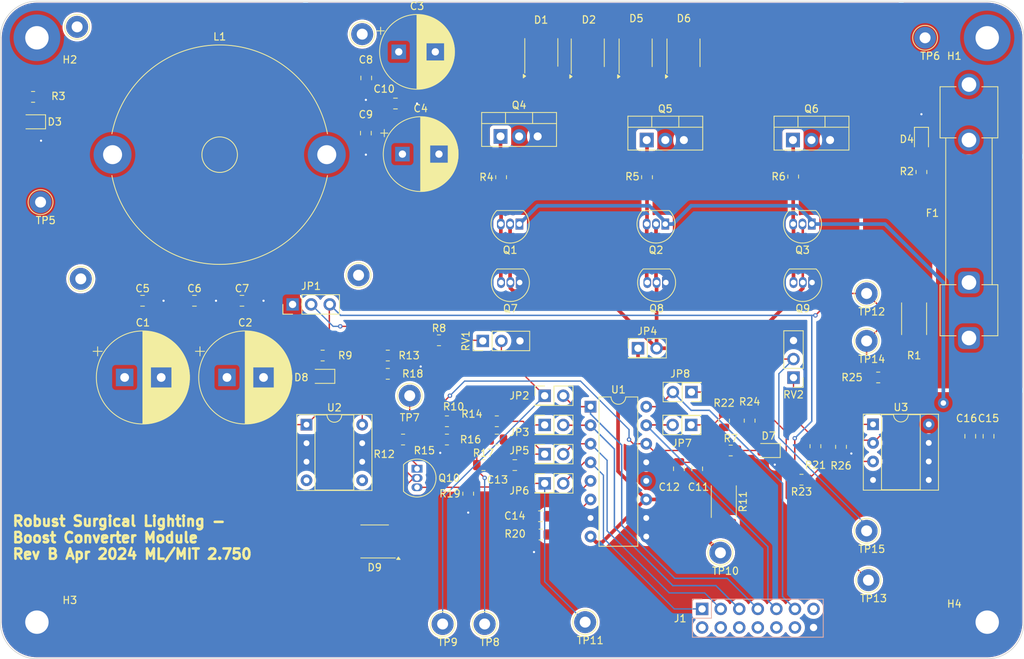
<source format=kicad_pcb>
(kicad_pcb (version 20240108) (generator "pcbnew") (generator_version "8.0")
  (title_block (company "Open Surgical Light Project - MIT Medical Device Design Spring 2024") (comment 1 "Drawn by: Edit author in Page Settings"))
  (layers (0 "F.Cu" signal) (31 "B.Cu" signal) (34 "B.Paste" user) (35 "F.Paste" user) (36 "B.SilkS" user "B.Silkscreen") (37 "F.SilkS" user "F.Silkscreen") (38 "B.Mask" user) (39 "F.Mask" user) (44 "Edge.Cuts" user))
  (property "AUTHOR" "Edit Name in Schematic setup -> Text Variables")
  (property "PROJECT_REVISION" "A01")
  (property "PROJECT_TITLE" "Template Project")
  (net 0 "")
  (net 1 "GND")
  (net 2 "+12V")
  (net 3 "/VSwitch")
  (net 4 "Net-(U1-CT)")
  (net 5 "Net-(D3-A)")
  (net 6 "Net-(D4-A)")
  (net 7 "Net-(D7-A)")
  (net 8 "/CS+")
  (net 9 "+24V")
  (net 10 "Net-(C13-Pad1)")
  (net 11 "Net-(Q3-E)")
  (net 12 "/DTC")
  (net 13 "+5V")
  (net 14 "Net-(U2-REF)")
  (net 15 "/1IN-")
  (net 16 "/1IN+")
  (net 17 "/FB")
  (net 18 "Net-(U1-RT)")
  (net 19 "Net-(U3A-+)")
  (net 20 "/2IN-")
  (net 21 "Net-(U3A--)")
  (net 22 "/2IN+")
  (net 23 "Net-(D8-A)")
  (net 24 "Net-(D8-K)")
  (net 25 "Net-(Q10-B)")
  (net 26 "/CS-")
  (net 27 "Net-(JP4-A)")
  (net 29 "Net-(JP2-A)")
  (net 30 "Net-(Q1-E)")
  (net 31 "Net-(Q2-E)")
  (net 32 "Net-(Q4-G)")
  (net 33 "Net-(Q5-G)")
  (net 34 "Net-(Q6-G)")
  (net 35 "Net-(JP3-A)")
  (net 40 "PWM")
  (net 41 "Net-(JP5-A)")
  (net 42 "Net-(JP6-A)")
  (net 43 "Net-(JP7-A)")
  (net 44 "Net-(R8-Pad2)")
  (net 45 "Net-(R10-Pad2)")
  (net 46 "Net-(R21-Pad1)")
  (net 47 "Net-(JP1-C)")
  (net 48 "Net-(JP8-A)")
  (footprint "Resistor_SMD:R_0805_2012Metric" (layer "F.Cu") (at 87.9125 80)
    (property "Reference" "R16")
    (property "Value" "100K")
  )
  (footprint "Resistor_SMD:R_0805_2012Metric" (layer "F.Cu") (at 73 71)
    (property "Reference" "R18")
    (property "Value" "1K")
  )
  (footprint "Connector_PinHeader_2.54mm:PinHeader_2x01_P2.54mm_Vertical" (layer "F.Cu") (at 107.23 67.5)
    (property "Reference" "JP4")
    (property "Value" "JMPR_PWM")
  )
  (footprint "Resistor_SMD:R_0805_2012Metric" (layer "F.Cu") (at 81.0875 77.5)
    (property "Reference" "R10")
    (property "Value" "10K")
  )
  (footprint "Package_DIP:DIP-16_W7.62mm" (layer "F.Cu") (at 100.735 75.5)
    (property "Reference" "U1")
    (property "Value" "TL494")
  )
  (footprint "Package_TO_SOT_THT:TO-92_Inline" (layer "F.Cu") (at 91 50.5 180)
    (property "Reference" "Q1")
    (property "Value" "BC337")
  )
  (footprint "TestPoint:TestPoint_Loop_D2.54mm_Drill1.5mm_Beaded" (layer "F.Cu") (at 76 74)
    (property "Reference" "TP7")
    (property "Value" "5V")
  )
  (footprint "Resistor_SMD:R_0805_2012Metric" (layer "F.Cu") (at 122.5 77.4125 -90)
    (property "Reference" "R24")
    (property "Value" "10K")
  )
  (footprint "Package_TO_SOT_THT:TO-220-3_Vertical" (layer "F.Cu") (at 128.42 39)
    (property "Reference" "Q6")
    (property "Value" "AOT240L")
  )
  (footprint "Resistor_SMD:R_0805_2012Metric" (layer "F.Cu") (at 129.5875 85.5 180)
    (property "Reference" "R23")
    (property "Value" "1K")
  )
  (footprint "Resistor_SMD:R_0805_2012Metric" (layer "F.Cu") (at 88.5 44.0875 90)
    (property "Reference" "R4")
    (property "Value" "10")
  )
  (footprint "Resistor_SMD:R_0805_2012Metric" (layer "F.Cu") (at 64.0875 68.5 180)
    (property "Reference" "R9")
    (property "Value" "3K3")
  )
  (footprint "Capacitor_THT:CP_Radial_D12.5mm_P5.00mm" (layer "F.Cu") (at 37 71.5)
    (property "Reference" "C1")
    (property "Value" "470uF")
  )
  (footprint "TestPoint:TestPoint_Loop_D2.54mm_Drill1.5mm_Beaded" (layer "F.Cu") (at 138.5 66.5)
    (property "Reference" "TP14")
    (property "Value" "CS-")
  )
  (footprint "Capacitor_SMD:C_0805_2012Metric" (layer "F.Cu") (at 112.825 84 90)
    (property "Reference" "C12")
    (property "Value" "0.1uF")
  )
  (footprint "Resistor_SMD:R_0805_2012Metric" (layer "F.Cu") (at 119.9125 81.5)
    (property "Reference" "R7")
    (property "Value" "330")
  )
  (footprint "Capacitor_SMD:C_0805_2012Metric" (layer "F.Cu") (at 93.875 90.5 180)
    (property "Reference" "C14")
    (property "Value" "1nF")
  )
  (footprint "Package_TO_SOT_THT:TO-92_Inline" (layer "F.Cu") (at 131.04 58.5 180)
    (property "Reference" "Q9")
    (property "Value" "BC327")
  )
  (footprint "Resistor_SMD:R_2512_6332Metric" (layer "F.Cu") (at 118.9625 88.5 -90)
    (property "Reference" "R11")
    (property "Value" "100")
  )
  (footprint "LED_SMD:LED_0805_2012Metric" (layer "F.Cu") (at 146 38.9375 -90)
    (property "Reference" "D4")
    (property "Value" "LED Green")
  )
  (footprint "Package_TO_SOT_THT:TO-92_Inline" (layer "F.Cu") (at 77 84 -90)
    (property "Reference" "Q10")
    (property "Value" "BC327")
  )
  (footprint "Resistor_SMD:R_0805_2012Metric" (layer "F.Cu") (at 108.46 44.0875 90)
    (property "Reference" "R5")
    (property "Value" "10")
  )
  (footprint "Capacitor_SMD:C_0805_2012Metric" (layer "F.Cu") (at 115.325 84 90)
    (property "Reference" "C11")
    (property "Value" "1uF")
  )
  (footprint "Resistor_SMD:R_0805_2012Metric" (layer "F.Cu") (at 24.4775 33.0875 180)
    (property "Reference" "R3")
    (property "Value" "2K2")
  )
  (footprint "Capacitor_SMD:C_0805_2012Metric" (layer "F.Cu") (at 53.05 61)
    (property "Reference" "C7")
    (property "Value" "0.1uF")
  )
  (footprint "TestPoint:TestPoint_Loop_D2.54mm_Drill1.5mm_Beaded" (layer "F.Cu") (at 138.75 99.25)
    (property "Reference" "TP13")
    (property "Value" "2IN-")
  )
  (footprint "Resistor_SMD:R_0805_2012Metric" (layer "F.Cu") (at 146 43.375 90)
    (property "Reference" "R2")
    (property "Value" "4K7")
  )
  (footprint "Package_TO_SOT_SMD:Nexperia_CFP15_SOT-1289" (layer "F.Cu") (at 106.905 27.05 90)
    (property "Reference" "D5")
    (property "Value" "PMEG045V150EPD")
  )
  (footprint "Inductor_THT:L_Radial_D29.8mm_P29.30mm_Murata_1400series" (layer "F.Cu") (at 35.35 41)
    (property "Reference" "L1")
    (property "Value" "68uH 11.4A")
  )
  (footprint "Package_TO_SOT_SMD:Nexperia_CFP15_SOT-1289" (layer "F.Cu") (at 71.2 93.95 180)
    (property "Reference" "D9")
    (property "Value" "PMEG045V150EPD")
  )
  (footprint "TestPoint:TestPoint_Loop_D2.54mm_Drill1.5mm_Beaded" (layer "F.Cu") (at 30.5 23.5)
    (property "Reference" "TP1" (hide yes))
    (property "Value" "LMount1" (hide yes))
  )
  (footprint "Resistor_SMD:R_0805_2012Metric" (layer "F.Cu") (at 84 87.4125 -90)
    (property "Reference" "R19")
    (property "Value" "2K2")
  )
  (footprint "Package_TO_SOT_THT:TO-92_Inline" (layer "F.Cu") (at 91.04 58.5 180)
    (property "Reference" "Q7")
    (property "Value" "BC327")
  )
  (footprint "Package_DIP:DIP-8_W7.62mm_Socket" (layer "F.Cu") (at 61.88 77.96)
    (property "Reference" "U2")
    (property "Value" "TL431D")
  )
  (footprint "Capacitor_SMD:C_0805_2012Metric" (layer "F.Cu") (at 39.45 61)
    (property "Reference" "C5")
    (property "Value" "0.1uF")
  )
  (footprint "Package_TO_SOT_THT:TO-92_Inline" (layer "F.Cu") (at 110.96 50.5 180)
    (property "Reference" "Q2")
    (property "Value" "BC337")
  )
  (footprint "Package_TO_SOT_SMD:Nexperia_CFP15_SOT-1289" (layer "F.Cu") (at 100.355 27.05 90)
    (property "Reference" "D2")
    (property "Value" "PMEG045V150EPD")
  )
  (footprint "Resistor_SMD:R_0805_2012Metric" (layer "F.Cu") (at 87.9125 77.5)
    (property "Reference" "R14")
    (property "Value" "1K")
  )
  (footprint "Capacitor_SMD:C_0805_2012Metric" (layer "F.Cu") (at 155.18 79.55 -90)
    (property "Reference" "C15")
    (property "Value" "1uF")
  )
  (footprint "Connector_PinHeader_2.54mm:PinHeader_2x01_P2.54mm_Vertical" (layer "F.Cu") (at 94.46 86)
    (property "Reference" "JP6")
    (property "Value" "JMPR_DTC")
  )
  (footprint "Resistor_SMD:R_0805_2012Metric" (layer "F.Cu") (at 135 81 90)
    (property "Reference" "R26")
    (property "Value" "100K")
  )
  (footprint "Connector_PinHeader_2.54mm:PinHeader_2x01_P2.54mm_Vertical" (layer "F.Cu") (at 114.5 78 180)
    (property "Reference" "JP7")
    (property "Value" "JMPR_2IN-")
  )
  (footprint "TestPoint:TestPoint_Loop_D2.54mm_Drill1.5mm_Beaded" (layer "F.Cu") (at 86.25 105.25)
    (property "Reference" "TP8")
    (property "Value" "1IN-")
  )
  (footprint "TestPoint:TestPoint_Loop_D2.54mm_Drill1.5mm_Beaded" (layer "F.Cu") (at 80.5 105.25)
    (property "Reference" "TP9")
    (property "Value" "1IN+")
  )
  (footprint "Connector_PinHeader_2.54mm:PinHeader_2x01_P2.54mm_Vertical" (layer "F.Cu") (at 94.46 78)
    (property "Reference" "JP3")
    (property "Value" "JMPR_1IN-")
  )
  (footprint "TestPoint:TestPoint_Loop_D2.54mm_Drill1.5mm_Beaded" (layer "F.Cu") (at 69 57.5)
    (property "Reference" "TP3" (hide yes))
    (property "Value" "LMount4" (hide yes))
  )
  (footprint "Resistor_SMD:R_0805_2012Metric" (layer "F.Cu") (at 119 77.4125 90)
    (property "Reference" "R22")
    (property "Value" "10K")
  )
  (footprint "TestPoint:TestPoint_Loop_D2.54mm_Drill1.5mm_Beaded" (layer "F.Cu") (at 100 105)
    (property "Reference" "TP11")
    (property "Value" "DTC")
  )
  (footprint "Resistor_SMD:R_0805_2012Metric" (layer "F.Cu") (at 128.46 44 90)
    (property "Reference" "R6")
    (property "Value" "10")
  )
  (footprint "Capacitor_THT:CP_Radial_D10.0mm_P5.00mm" (layer "F.Cu") (at 75 40.923959)
    (property "Reference" "C4")
    (property "Value" "220uF")
  )
  (footprint "Package_TO_SOT_THT:TO-92_Inline" (layer "F.Cu") (at 131 50.5 180)
    (property "Reference" "Q3")
    (property "Value" "BC337")
  )
  (footprint "Connector_PinHeader_2.54mm:PinHeader_1x03_P2.54mm_Vertical" (layer "F.Cu") (at 128.5 71.525 180)
    (property "Reference" "RV2")
    (property "Value" "10K")
  )
  (footprint "Resistor_SMD:R_0805_2012Metric" (layer "F.Cu") (at 75.0875 80 180)
    (property "Reference" "R12")
    (property "Value" "10K")
  )
  (footprint "TestPoint:TestPoint_Loop_D2.54mm_Drill1.5mm_Beaded" (layer "F.Cu") (at 69.5 24.5)
    (property "Reference" "TP2" (hide yes))
    (property "Value" "LMount2" (hide yes))
  )
  (footprint "Connector_PinHeader_2.54mm:PinHeader_1x03_P2.54mm_Vertical" (layer "F.Cu") (at 86 66.5 90)
    (property "Reference" "RV1")
    (property "Value" "10K")
  )
  (footprint "Connector_PinHeader_2.54mm:PinHeader_2x01_P2.54mm_Vertical" (layer "F.Cu") (at 114.54 73.5 180)
    (property "Reference" "JP8")
    (property "Value" "JMPR_2IN+")
  )
  (footprint "Connector_PinHeader_2.54mm:PinHeader_1x03_P2.54mm_Vertical" (layer "F.Cu") (at 59.975 61.5 90)
    (property "Reference" "JP1")
    (property "Value" "JMPR_VFB")
  )
  (footprint "MountingHole:MountingHole_3.2mm_M3_Pad_TopBottom" (layer "F.Cu") (at 25 105)
    (property "Reference" "H3")
    (property "Value" "M3 Hole")
  )
  (footprint "LED_SMD:LED_0805_2012Metric" (layer "F.Cu") (at 125 81.5 180)
    (property "Reference" "D7")
    (property "Value" "LED Green")
  )
  (footprint "Package_TO_SOT_THT:TO-220-3_Vertical" (layer "F.Cu") (at 88.42 38.5)
    (property "Reference" "Q4")
    (property "Value" "AOT240L")
  )
  (footprint "TestPoint:TestPoint_Loop_D2.54mm_Drill1.5mm_Beaded" (layer "F.Cu") (at 31 58)
    (property "Reference" "TP4" (hide yes))
    (property "Value" "LMount3" (hide yes))
  )
  (footprint "Capacitor_SMD:C_0805_2012Metric" (layer "F.Cu") (at 46.55 61)
    (property "Reference" "C6")
    (property "Value" "0.1uF")
  )
  (footprint "LED_SMD:LED_0805_2012Metric" (layer "F.Cu") (at 64.0625 71.35 180)
    (property "Reference" "D8")
    (property "Value" "LED Red")
  )
  (footprint "Connector_PinHeader_2.54mm:PinHeader_2x01_P2.54mm_Vertical" (layer "F.Cu") (at 94.46 82)
    (property "Reference" "JP5")
    (property "Value" "JMPR_FB")
  )
  (footprint "TestPoint:TestPoint_Loop_D2.54mm_Drill1.5mm_Beaded" (layer "F.Cu") (at 25.5 47.5)
    (property "Reference" "TP5")
    (property "Value" "+12V")
  )
  (footprint "Resistor_SMD:R_0805_2012Metric" (layer "F.Cu") (at 80 66.4125)
    (property "Reference" "R8")
    (property "Value" "38K")
  )
  (footprint "Connector_PinHeader_2.54mm:PinHeader_2x01_P2.54mm_Vertical" (layer "F.Cu") (at 94.46 74)
    (property "Reference" "JP2")
    (property "Value" "JMPR_1IN+")
  )
  (footprint "Capacitor_SMD:C_0805_2012Metric" (layer "F.Cu") (at 70.05 30.5 -90)
    (property "Reference" "C8")
    (property "Value" "0.1uF")
  )
  (footprint "Resistor_SMD:R_0805_2012Metric" (layer "F.Cu") (at 73 68.5 180)
    (property "Reference" "R13")
    (property "Value" "9.1K")
  )
  (footprint "Fuse:Fuseholder_Clip-6.3x32mm_Littelfuse_102071_Inline_P34.70x7.60mm_D2.00mm_Horizontal" (layer "F.Cu") (at 152.5 66.1 90)
    (property "Reference" "F1")
    (property "Value" "12A")
  )
  (footprint "Package_TO_SOT_THT:TO-92_Inline" (layer "F.Cu") (at 111.04 58.5 180)
    (property "Reference" "Q8")
    (property "Value" "BC327")
  )
  (footprint "MountingHole:MountingHole_3.2mm_M3_Pad_TopBottom" (layer "F.Cu") (at 155 25)
    (property "Reference" "H1")
    (property "Value" "M3 Hole")
  )
  (footprint "Package_TO_SOT_SMD:Nexperia_CFP15_SOT-1289" (layer "F.Cu") (at 94 27 90)
    (property "Reference" "D1")
    (property "Value" "PMEG045V150EPD")
  )
  (footprint "Resistor_SMD:R_2512_6332Metric" (layer "F.Cu") (at 145 63.4625 -90)
    (property "Reference" "R1")
    (property "Value" "5mR")
  )
  (footprint "Capacitor_SMD:C_0805_2012Metric" (layer "F.Cu") (at 74.05 34)
    (property "Reference" "C10")
    (property "Value" "0.1uF")
  )
  (footprint "Capacitor_SMD:C_0805_2012Metric" (layer "F.Cu") (at 152.68 79.55 -90)
    (property "Reference" "C16")
    (property "Value" "0.1uF")
  )
  (footprint "Capacitor_THT:CP_Radial_D10.0mm_P5.00mm" (layer "F.Cu") (at 74.5 26.923959)
    (property "Reference" "C3")
    (property "Value" "220uF")
  )
  (footprint "Resistor_SMD:R_0805_2012Metric" (layer "F.Cu") (at 140.0875 71.5)
    (property "Reference" "R25")
    (property "Value" "1K")
  )
  (footprint "MountingHole:MountingHole_3.2mm_M3_Pad_TopBottom" (layer "F.Cu") (at 25 25)
    (property "Reference" "H2")
    (property "Value" "M3 Hole")
  )
  (footprint "TestPoint:TestPoint_Loop_D2.54mm_Drill1.5mm_Beaded" (layer "F.Cu") (at 138.5 60)
    (property "Reference" "TP12")
    (property "Value" "CS+")
  )
  (footprint "Capacitor_SMD:C_0805_2012Metric" (layer "F.Cu") (at 90.375 83.5)
    (property "Reference" "C13")
    (property "Value" "0.1uF")
  )
  (footprint "Package_DIP:DIP-8_W7.62mm_Socket" (layer "F.Cu") (at 139.38 77.92)
    (property "Reference" "U3")
    (property "Value" "LM358")
  )
  (footprint "MountingHole:MountingHole_3.2mm_M3_Pad_TopBottom" (layer "F.Cu") (at 155 105)
    (property "Reference" "H4")
    (property "Value" "M3 Hole")
  )
  (footprint "Resistor_SMD:R_0805_2012Metric" (layer "F.Cu") (at 131.5 80.9125 -90)
    (property "Reference" "R21")
    (property "Value" "100K")
  )
  (footprint "Capacitor_THT:CP_Radial_D12.5mm_P5.00mm" (layer "F.Cu") (at 51 71.5)
    (property "Reference" "C2")
    (property "Value" "470uF")
  )
  (footprint "Package_TO_SOT_THT:TO-220-3_Vertical" (layer "F.Cu") (at 108.42 39)
    (property "Reference" "Q5")
    (property "Value" "AOT240L")
  )
  (footprint "Resistor_SMD:R_0805_2012Metric" (layer "F.Cu") (at 81.0875 80 180)
    (property "Reference" "R15")
    (property "Value" "10K")
  )
  (footprint "Resistor_SMD:R_0805_2012Metric" (layer "F.Cu") (at 86.0875 83.5)
    (property "Reference" "R17")
    (property "Value" "82K")
  )
  (footprint "Capacitor_SMD:C_0805_2012Metric" (layer "F.Cu") (at 70 38.05 -90)
    (property "Reference" "C9")
    (property "Value" "0.1uF")
  )
  (footprint "TestPoint:TestPoint_Loop_D2.54mm_Drill1.5mm_Beaded" (layer "F.Cu") (at 146.5 25)
    (property "Reference" "TP6")
    (property "Value" "24V")
  )
  (footprint "TestPoint:TestPoint_Loop_D2.54mm_Drill1.5mm_Beaded" (layer "F.Cu") (at 118.5 95.5)
    (property "Reference" "TP10")
    (property "Value" "PWM")
  )
  (footprint "Package_TO_SOT_SMD:Nexperia_CFP15_SOT-1289" (layer "F.Cu") (at 113.45 27.05 90)
    (property "Reference" "D6")
    (property "Value" "PMEG045V150EPD")
  )
  (footprint "TestPoint:TestPoint_Loop_D2.54mm_Drill1.5mm_Beaded" (layer "F.Cu") (at 138.5 92.5)
    (property "Reference" "TP15")
    (property "Value" "2IN+")
  )
  (footprint "Resistor_SMD:R_0805_2012Metric" (layer "F.Cu") (at 93.9125 93 180)
    (property "Reference" "R20")
    (property "Value" "3K9")
  )
  (footprint "LED_SMD:LED_0805_2012Metric" (layer "F.Cu") (at 24.5 36.5 180)
    (property "Reference" "D3")
    (property "Value" "LED Green")
  )
  (footprint "Connector_PinHeader_2.54mm:PinHeader_2x07_P2.54mm_Vertical" (layer "B.Cu") (at 116 103.19 -90)
    (property "Reference" "J1")
    (property "Value" "2x7 P2.54mm")
  )
  (gr_arc (start 25 110) (mid 21.464466 108.535534) (end 20 105) (stroke (width 0.1)) (layer "Edge.Cuts"))
  (gr_arc (start 155 20) (mid 158.535534 21.464466) (end 160 25) (stroke (width 0.1)) (layer "Edge.Cuts"))
  (gr_line (start 25 20) (end 155 20) (stroke (width 0.1)) (layer "Edge.Cuts"))
  (gr_arc (start 20 25) (mid 21.464466 21.464466) (end 25 20) (stroke (width 0.1)) (layer "Edge.Cuts"))
  (gr_arc (start 160 105) (mid 158.535534 108.535534) (end 155 110) (stroke (width 0.1)) (layer "Edge.Cuts"))
  (gr_line (start 155 110) (end 25 110) (stroke (width 0.1)) (layer "Edge.Cuts"))
  (gr_line (start 160 25) (end 160 105) (stroke (width 0.1)) (layer "Edge.Cuts"))
  (gr_line (start 20 105) (end 20 25) (stroke (width 0.1)) (layer "Edge.Cuts"))
  (gr_text "Robust Surgical Lighting - \nBoost Converter Module\nRev B Apr 2024 ML/MIT 2.750" (at 21.5 96.5 0) (layer "F.SilkS") (effects (font (size 1.4 1.4) (thickness 0.35) (bold yes)) (justify left bottom)))
  (segment (start 73.9125 71) (end 76.5 71) (width 0.1778) (layer "F.Cu") (net 1))
  (segment (start 54 61) (end 54.5 61) (width 0.1778) (layer "F.Cu") (net 1))
  (segment (start 114.945 83.12) (end 115.325 83.5) (width 0.1778) (layer "F.Cu") (net 1))
  (segment (start 76.5 71) (end 77.5 70) (width 0.1778) (layer "F.Cu") (net 1))
  (segment (start 25.4375 36.5) (end 25.4375 38.96) (width 0.1778) (layer "F.Cu") (net 1))
  (segment (start 70 39) (end 70 41) (width 0.1778) (layer "F.Cu") (net 1))
  (segment (start 122.7625 78.325) (end 125.9375 81.5) (width 0.1778) (layer "F.Cu") (net 1))
  (segment (start 136.4125 81.9125) (end 135 81.9125) (width 0.1778) (layer "F.Cu") (net 1))
  (segment (start 122.5 78.325) (end 122.7625 78.325) (width 0.1778) (layer "F.Cu") (net 1))
  (segment (start 80.175 81.825) (end 80.175 80) (width 0.1778) (layer "F.Cu") (net 1))
  (segment (start 147 80.46) (end 155.14 80.46) (width 0.1778) (layer "F.Cu") (net 1))
  (segment (start 125.9375 83.4375) (end 125.9375 81.5) (width 0.1778) (layer "F.Cu") (net 1))
  (segment (start 47.5 61) (end 49.5 61) (width 0.1778) (layer "F.Cu") (net 1))
  (segment (start 93 95.4) (end 93 93) (width 0.1778) (layer "F.Cu") (net 1))
  (segment (start 40.4 61) (end 42.323959 61) (width 0.1778) (layer "F.Cu") (net 1))
  (segment (start 54.5 61) (end 56 61) (width 0.1778) (layer "F.Cu") (net 1))
  (segment (start 84 88.325) (end 84 90) (width 0.1778) (layer "F.Cu") (net 1))
  (segment (start 108.355 83.12) (end 114.945 83.12) (width 0.1778) (layer "F.Cu") (net 1))
  (segment (start 70.05 31.45) (end 70.05 33.45) (width 0.1778) (layer "F.Cu") (net 1))
  (segment (start 146 38) (end 146 35.4625) (width 0.1778) (layer "F.Cu") (net 1))
  (segment (start 25.4375 38.96) (end 25.565 39.0875) (width 0.1778) (layer "F.Cu") (net 1))
  (segment (start 155.14 80.46) (end 155.18 80.5) (width 0.1778) (layer "F.Cu") (net 1))
  (segment (start 70.05 33.45) (end 70 33.5) (width 0.1778) (layer "F.Cu") (net 1))
  (segment (start 75 34) (end 77 34) (width 0.1778) (layer "F.Cu") (net 1))
  (segment (start 112.445 83.12) (end 112.825 83.5) (width 0.153) (layer "F.Cu") (net 1))
  (segment (start 93 93) (end 93 90.575) (width 0.1778) (layer "F.Cu") (net 1))
  (via (at 125.9375 83.4375) (size 0.6) (drill 0.3) (layers "F.Cu" "B.Cu") (net 1))
  (via (at 93 95.4) (size 0.6) (drill 0.3) (layers "F.Cu" "B.Cu") (net 1))
  (via (at 77 34) (size 0.6) (drill 0.3) (layers "F.Cu" "B.Cu") (net 1))
  (via (at 56 61) (size 0.6) (drill 0.3) (layers "F.Cu" "B.Cu") (net 1))
  (via (at 80.175 81.825) (size 0.6) (drill 0.3) (layers "F.Cu" "B.Cu") (net 1))
  (via (at 70 33.5) (size 0.6) (drill 0.3) (layers "F.Cu" "B.Cu") (net 1))
  (via (at 136.4125 81.9125) (size 0.6) (drill 0.3) (layers "F.Cu" "B.Cu") (net 1))
  (via (at 49.5 61) (size 0.6) (drill 0.3) (layers "F.Cu" "B.Cu") (net 1))
  (via (at 84 90) (size 0.6) (drill 0.3) (layers "F.Cu" "B.Cu") (net 1))
  (via (at 25.565 39.0875) (size 0.6) (drill 0.3) (layers "F.Cu" "B.Cu") (net 1))
  (via (at 70 41) (size 0.6) (drill 0.3) (layers "F.Cu" "B.Cu") (net 1))
  (via (at 42.323959 61) (size 0.6) (drill 0.3) (layers "F.Cu" "B.Cu") (net 1))
  (via (at 146 35.4625) (size 0.6) (drill 0.3) (layers "F.Cu" "B.Cu") (net 1))
  (via (at 77.5 70) (size 0.6) (drill 0.3) (layers "F.Cu" "B.Cu") (net 1))
  (via (at 149 75) (size 1.5) (drill 0.75) (layers "F.Cu" "B.Cu") (net 2))
  (segment (start 108.762463 48) (end 110.96 50.197537) (width 0.5) (layer "B.Cu") (net 2))
  (segment (start 110.96 50.197537) (end 110.96 50.5) (width 0.5) (layer "B.Cu") (net 2))
  (segment (start 149 58.5) (end 141 50.5) (width 0.5) (layer "B.Cu") (net 2))
  (segment (start 112 50.5) (end 114.5 48) (width 0.5) (layer "B.Cu") (net 2))
  (segment (start 93.5 48) (end 108.762463 48) (width 0.5) (layer "B.Cu") (net 2))
  (segment (start 114.5 48) (end 129 48) (width 0.5) (layer "B.Cu") (net 2))
  (segment (start 131 50) (end 131 50.5) (width 0.5) (layer "B.Cu") (net 2))
  (segment (start 149 75) (end 149 58.5) (width 0.5) (layer "B.Cu") (net 2))
  (segment (start 141 50.5) (end 131 50.5) (width 0.5) (layer "B.Cu") (net 2))
  (segment (start 91 50.5) (end 93.5 48) (width 0.5) (layer "B.Cu") (net 2))
  (segment (start 129 48) (end 131 50) (width 0.5) (layer "B.Cu") (net 2))
  (segment (start 110.96 50.5) (end 112 50.5) (width 0.5) (layer "B.Cu") (net 2))
  (segment (start 95.895 90.5) (end 100.735 85.66) (width 0.1778) (layer "F.Cu") (net 4))
  (segment (start 94.825 90.5) (end 95.895 90.5) (width 0.1778) (layer "F.Cu") (net 4))
  (segment (start 23.565 33.0875) (end 23.565 36.4975) (width 0.1778) (layer "F.Cu") (net 5))
  (segment (start 23.565 36.4975) (end 23.5625 36.5) (width 0.1778) (layer "F.Cu") (net 5))
  (segment (start 146 39.875) (end 146 42.4625) (width 0.1778) (layer "F.Cu") (net 6))
  (segment (start 120.825 81.5) (end 124.0625 81.5) (width 0.1778) (layer "F.Cu") (net 7))
  (segment (start 141 62.5) (end 138.5 60) (width 0.2) (layer "F.Cu") (net 8))
  (segment (start 145 61.5) (end 144 62.5) (width 0.2) (layer "F.Cu") (net 8))
  (segment (start 145 60.5) (end 145 61.5) (width 0.2) (layer "F.Cu") (net 8))
  (segment (start 72.4125 67) (end 67 67) (width 0.2) (layer "F.Cu") (net 8))
  (segment (start 65 68.5) (end 65 61.945) (width 0.2) (layer "F.Cu") (net 8))
  (segment (start 65.5 61.945) (end 65.055 61.5) (width 0.2) (layer "F.Cu") (net 8))
  (segment (start 134.5 60) (end 131.5 63) (width 0.2) (layer "F.Cu") (net 8))
  (segment (start 73.9125 68.5) (end 72.4125 67) (width 0.2) (layer "F.Cu") (net 8))
  (segment (start 65.5 68.5) (end 65 68.5) (width 0.2) (layer "F.Cu") (net 8))
  (segment (start 67 67) (end 65.5 68.5) (width 0.2) (layer "F.Cu") (net 8))
  (segment (start 144 62.5) (end 141 62.5) (width 0.2) (layer "F.Cu") (net 8))
  (segment (start 128.675 79.825) (end 128.675 85.5) (width 0.2) (layer "F.Cu") (net 8))
  (segment (start 138.5 60) (end 134.5 60) (width 0.2) (layer "F.Cu") (net 8))
  (via (at 131.5 63) (size 0.6) (drill 0.3) (layers "F.Cu" "B.Cu") (net 8))
  (via (at 128.675 79.825) (size 0.6) (drill 0.3) (layers "F.Cu" "B.Cu") (net 8))
  (segment (start 131.5 63) (end 131 63) (width 0.2) (layer "B.Cu") (net 8))
  (segment (start 131 77.5) (end 131 63) (width 0.2) (layer "B.Cu") (net 8))
  (segment (start 66.555 63) (end 65.055 61.5) (width 0.2) (layer "B.Cu") (net 8))
  (segment (start 128.675 79.825) (end 131 77.5) (width 0.2) (layer "B.Cu") (net 8))
  (segment (start 131 63) (end 66.555 63) (width 0.2) (layer "B.Cu") (net 8))
  (segment (start 87 83.5) (end 89.425 83.5) (width 0.1778) (layer "F.Cu") (net 10))
  (segment (start 128.46 50.5) (end 128.46 50.96) (width 0.5) (layer "F.Cu") (net 11))
  (segment (start 128.46 44.9125) (end 128.46 50.5) (width 0.5) (layer "F.Cu") (net 11))
  (segment (start 128.5 51) (end 128.5 58.5) (width 0.5) (layer "F.Cu") (net 11))
  (segment (start 128.46 50.96) (end 128.5 51) (width 0.5) (layer "F.Cu") (net 11))
  (segment (start 99.88 83.12) (end 100.735 83.12) (width 0.1778) (layer "F.Cu") (net 12))
  (segment (start 97 86) (end 99.88 83.12) (width 0.1778) (layer "F.Cu") (net 12))
  (segment (start 112.19 103.19) (end 116 103.19) (width 0.1778) (layer "B.Cu") (net 12))
  (segment (start 102.5 93.5) (end 112.19 103.19) (width 0.1778) (layer "B.Cu") (net 12))
  (segment (start 100.735 83.12) (end 102.5 84.885) (width 0.1778) (layer "B.Cu") (net 12))
  (segment (start 102.5 84.885) (end 102.5 93.5) (width 0.1778) (layer "B.Cu") (net 12))
  (segment (start 77 84) (end 77 83.5) (width 0.1778) (layer "F.Cu") (net 13))
  (segment (start 108.355 80.58) (end 106.58 80.58) (width 0.1778) (layer "F.Cu") (net 13))
  (segment (start 80.175 77.5) (end 78.5 77.5) (width 0.1778) (layer "F.Cu") (net 13))
  (segment (start 108.355 80.58) (end 108.42 80.58) (width 0.1778) (layer "F.Cu") (net 13))
  (segment (start 109.275 81.5) (end 108.355 80.58) (width 0.1778) (layer "F.Cu") (net 13))
  (segment (start 119 81.5) (end 109.275 81.5) (width 0.1778) (layer "F.Cu") (net 13))
  (segment (start 106.58 80.58) (end 106 80) (width 0.1778) (layer "F.Cu") (net 13))
  (segment (start 76 82.5) (end 76 80) (width 0.1778) (layer "F.Cu") (net 13))
  (segment (start 81.5 74) (end 80.175 75.325) (width 0.1778) (layer "F.Cu") (net 13))
  (segment (start 77 83.5) (end 76 82.5) (width 0.1778) (layer "F.Cu") (net 13))
  (segment (start 119 78.325) (end 119 81.5) (width 0.1778) (layer "F.Cu") (net 13))
  (segment (start 78.5 77.5) (end 76 80) (width 0.1778) (layer "F.Cu") (net 13))
  (segment (start 76 74) (end 76 80) (width 0.1778) (layer "F.Cu") (net 13))
  (segment (start 80.175 75.325) (end 80.175 77.5) (width 0.1778) (layer "F.Cu") (net 13))
  (segment (start 108.42 80.58) (end 108.5 80.5) (width 0.1778) (layer "F.Cu") (net 13))
  (via (at 81.5 74) (size 0.6) (drill 0.3) (layers "F.Cu" "B.Cu") (net 13))
  (via (at 106 80) (size 0.6) (drill 0.3) (layers "F.Cu" "B.Cu") (net 13))
  (segment (start 99.3684 72) (end 83.5 72) (width 0.1778) (layer "B.Cu") (net 13))
  (segment (start 83.5 72) (end 81.5 74) (width 0.1778) (layer "B.Cu") (net 13))
  (segment (start 106 80) (end 106 78.6316) (width 0.1778) (layer "B.Cu") (net 13))
  (segment (start 106 78.6316) (end 99.3684 72) (width 0.1778) (layer "B.Cu") (net 13))
  (segment (start 72.0875 71.4125) (end 69.5 74) (width 0.1778) (layer "F.Cu") (net 14))
  (segment (start 72.0875 71) (end 72.0875 71.4125) (width 0.1778) (layer "F.Cu") (net 14))
  (segment (start 69.5 74) (end 69.5 77.96) (width 0.1778) (layer "F.Cu") (net 14))
  (segment (start 72.0875 68.5) (end 72.0875 71) (width 0.1778) (layer "F.Cu") (net 14))
  (segment (start 97.54 78.04) (end 100.735 78.04) (width 0.2) (layer "F.Cu") (net 15))
  (segment (start 97 78) (end 97.5 78) (width 0.2) (layer "F.Cu") (net 15))
  (segment (start 97.5 78) (end 97.54 78.04) (width 0.2) (layer "F.Cu") (net 15))
  (segment (start 112 100) (end 117.89 100) (width 0.2) (layer "B.Cu") (net 15))
  (segment (start 117.89 100) (end 121.08 103.19) (width 0.2) (layer "B.Cu") (net 15))
  (segment (start 100.735 78.04) (end 104 81.305) (width 0.2) (layer "B.Cu") (net 15))
  (segment (start 104 81.305) (end 104 92) (width 0.2) (layer "B.Cu") (net 15))
  (segment (start 104 92) (end 112 100) (width 0.2) (layer "B.Cu") (net 15))
  (segment (start 98.5 75.5) (end 100.735 75.5) (width 0.2) (layer "F.Cu") (net 16))
  (segment (start 97 74) (end 98.5 75.5) (width 0.2) (layer "F.Cu") (net 16))
  (segment (start 105 91.75) (end 112.25 99) (width 0.2) (layer "B.Cu") (net 16))
  (segment (start 100.735 75.5) (end 100.735 76.5) (width 0.2) (layer "B.Cu") (net 16))
  (segment (start 112.25 99) (end 119.43 99) (width 0.2) (layer "B.Cu") (net 16))
  (segment (start 105 80.765) (end 105 91.75) (width 0.2) (layer "B.Cu") (net 16))
  (segment (start 100.735 76.5) (end 105 80.765) (width 0.2) (layer "B.Cu") (net 16))
  (segment (start 119.43 99) (end 123.62 103.19) (width 0.2) (layer "B.Cu") (net 16))
  (segment (start 98.42 80.58) (end 97 82) (width 0.1778) (layer "F.Cu") (net 17))
  (segment (start 100.735 80.58) (end 98.42 80.58) (width 0.1778) (layer "F.Cu") (net 17))
  (segment (start 100.655 80.5) (end 100.735 80.58) (width 0.1778) (layer "F.Cu") (net 17))
  (segment (start 111.5 101) (end 116.35 101) (width 0.1778) (layer "B.Cu") (net 17))
  (segment (start 116.35 101) (end 118.54 103.19) (width 0.1778) (layer "B.Cu") (net 17))
  (segment (start 103 82.845) (end 103 92.5) (width 0.1778) (layer "B.Cu") (net 17))
  (segment (start 103 92.5) (end 111.5 101) (width 0.1778) (layer "B.Cu") (net 17))
  (segment (start 100.735 80.58) (end 103 82.845) (width 0.1778) (layer "B.Cu") (net 17))
  (segment (start 95.935 93) (end 94.825 93) (width 0.1778) (layer "F.Cu") (net 18))
  (segment (start 100.735 88.2) (end 95.935 93) (width 0.1778) (layer "F.Cu") (net 18))
  (segment (start 131.5 81.825) (end 132.675 83) (width 0.1778) (layer "F.Cu") (net 19))
  (segment (start 132.675 83) (end 139.38 83) (width 0.1778) (layer "F.Cu") (net 19))
  (segment (start 139.38 83) (end 133 83) (width 0.1778) (layer "F.Cu") (net 19))
  (segment (start 133 83) (end 130.5 85.5) (width 0.1778) (layer "F.Cu") (net 19))
  (segment (start 111.96 78) (end 108.395 78) (width 0.2) (layer "F.Cu") (net 20))
  (segment (start 108.395 78) (end 108.355 78.04) (width 0.2) (layer "F.Cu") (net 20))
  (segment (start 125 102.03) (end 126.16 103.19) (width 0.2) (layer "B.Cu") (net 20))
  (segment (start 108.355 78.04) (end 125 94.685) (width 0.2) (layer "B.Cu") (net 20))
  (segment (start 125 94.685) (end 125 102.03) (width 0.2) (layer "B.Cu") (net 20))
  (segment (start 141 71.5) (end 141 78.84) (width 0.1778) (layer "F.Cu") (net 21))
  (segment (start 141 78.84) (end 139.38 80.46) (width 0.1778) (layer "F.Cu") (net 21))
  (segment (start 139.0075 80.0875) (end 139.38 80.46) (width 0.1778) (layer "F.Cu") (net 21))
  (segment (start 135 80.0875) (end 139.0075 80.0875) (width 0.1778) (layer "F.Cu") (net 21))
  (segment (start 112 73.5) (end 110 75.5) (width 0.2) (layer "F.Cu") (net 22))
  (segment (start 110 75.5) (end 108.355 75.5) (width 0.2) (layer "F.Cu") (net 22))
  (segment (start 112 73.5) (end 114.5 76) (width 0.2) (layer "B.Cu") (net 22))
  (segment (start 114.5 76) (end 117 76) (width 0.2) (layer "B.Cu") (net 22))
  (segment (start 127 101.49) (end 128.7 103.19) (width 0.2) (layer "B.Cu") (net 22))
  (segment (start 112 73.5) (end 112.2556 73.5) (width 0.2) (layer "B.Cu") (net 22))
  (segment (start 127 86) (end 127 101.49) (width 0.2) (layer "B.Cu") (net 22))
  (segment (start 117 76) (end 127 86) (width 0.2) (layer "B.Cu") (net 22))
  (segment (start 63.675 71.3) (end 63.625 71.35) (width 0.1778) (layer "F.Cu") (net 23))
  (segment (start 63.175 68.5) (end 63.175 71.3) (width 0.1778) (layer "F.Cu") (net 23))
  (segment (start 61.88 77.96) (end 59.54 77.96) (width 0.1778) (layer "F.Cu") (net 24))
  (segment (start 59 89) (end 63.95 93.95) (width 0.1778) (layer "F.Cu") (net 24))
  (segment (start 65 71.35) (end 65 74.84) (width 0.1778) (layer "F.Cu") (net 24))
  (segment (start 59.54 77.96) (end 59 78.5) (width 0.1778) (layer "F.Cu") (net 24))
  (segment (start 63.95 93.95) (end 70.18 93.95) (width 0.1778) (layer "F.Cu") (net 24))
  (segment (start 65 74.84) (end 61.88 77.96) (width 0.1778) (layer "F.Cu") (net 24))
  (segment (start 59 78.5) (end 59 89) (width 0.1778) (layer "F.Cu") (net 24))
  (segment (start 76.4616 85.27) (end 77 85.27) (width 0.1778) (layer "F.Cu") (net 25))
  (segment (start 73.98 95.015) (end 73.98 87.8122) (width 0.1778) (layer "F.Cu") (net 25))
  (segment (start 74.175 82.9834) (end 76.4616 85.27) (width 0.1778) (layer "F.Cu") (net 25))
  (segment (start 73.98 87.8122) (end 76.5222 85.27) (width 0.1778) (layer "F.Cu") (net 25))
  (segment (start 74.175 80) (end 74.175 82.9834) (width 0.1778) (layer "F.Cu") (net 25))
  (segment (start 76.5222 85.27) (end 77 85.27) (width 0.1778) (layer "F.Cu") (net 25))
  (segment (start 138.5 66.5) (end 138.5 70.825) (width 0.2) (layer "F.Cu") (net 26))
  (segment (start 138.5 66.5) (end 138.5 67) (width 0.2) (layer "F.Cu") (net 26))
  (segment (start 145 65.5) (end 144.5 65) (width 0.2) (layer "F.Cu") (net 26))
  (segment (start 145 66.425) (end 145 65.5) (width 0.2) (layer "F.Cu") (net 26))
  (segment (start 138.5 67) (end 138 67.5) (width 0.2) (layer "F.Cu") (net 26))
  (segment (start 140 65) (end 138.5 66.5) (width 0.2) (layer "F.Cu") (net 26))
  (segment (start 144.5 65) (end 140 65) (width 0.2) (layer "F.Cu") (net 26))
  (segment (start 138.5 70.825) (end 139.175 71.5) (width 0.2) (layer "F.Cu") (net 26))
  (segment (start 111.2 88.2) (end 118.5 95.5) (width 0.5) (layer "F.Cu") (net 27))
  (segment (start 108.2 88.2) (end 102.320001 94.079999) (width 0.5) (layer "F.Cu") (net 27))
  (segment (start 107.23 67.5) (end 107.23 70.77) (width 0.5) (layer "F.Cu") (net 27))
  (segment (start 108.355 88.2) (end 111.2 88.2) (width 0.5) (layer "F.Cu") (net 27))
  (segment (start 107.23 70.77) (end 104.5 73.5) (width 0.5) (layer "F.Cu") (net 27))
  (segment (start 114.4625 91.4625) (end 111.2 88.2) (width 0.5) (layer "F.Cu") (net 27))
  (segment (start 108.355 88.2) (end 108.2 88.2) (width 0.5) (layer "F.Cu") (net 27))
  (segment (start 118.9625 91.4625) (end 114.4625 91.4625) (width 0.5) (layer "F.Cu") (net 27))
  (segment (start 104.5 73.5) (end 104.5 84.345) (width 0.5) (layer "F.Cu") (net 27))
  (segment (start 104.5 84.345) (end 108.355 88.2) (width 0.5) (layer "F.Cu") (net 27))
  (segment (start 102.320001 94.079999) (end 101.534999 94.079999) (width 0.5) (layer "F.Cu") (net 27))
  (segment (start 101.534999 94.079999) (end 100.735 93.28) (width 0.5) (layer "F.Cu") (net 27))
  (segment (start 88.54 68.08) (end 94.46 74) (width 0.1778) (layer "F.Cu") (net 29))
  (segment (start 88.54 66.5) (end 88.54 68.08) (width 0.1778) (layer "F.Cu") (net 29))
  (segment (start 80.5 87.96) (end 80.5 105.25) (width 0.1778) (layer "B.Cu") (net 29))
  (segment (start 94.46 74) (end 80.5 87.96) (width 0.1778) (layer "B.Cu") (net 29))
  (segment (start 88.5 45) (end 88.5 50.46) (width 0.5) (layer "F.Cu") (net 30))
  (segment (start 88.46 50.5) (end 88.46 58.46) (width 0.5) (layer "F.Cu") (net 30))
  (segment (start 88.46 58.46) (end 88.5 58.5) (width 0.5) (layer "F.Cu") (net 30))
  (segment (start 88.5 50.46) (end 88.46 50.5) (width 0.5) (layer "F.Cu") (net 30))
  (segment (start 108.42 58.42) (end 108.5 58.5) (width 0.5) (layer "F.Cu") (net 31))
  (segment (start 108.42 50.5) (end 108.42 58.42) (width 0.5) (layer "F.Cu") (net 31))
  (segment (start 108.46 50.46) (end 108.42 50.5) (width 0.5) (layer "F.Cu") (net 31))
  (segment (start 108.46 45) (end 108.46 50.46) (width 0.5) (layer "F.Cu") (net 31))
  (segment (start 88.42 38.5) (end 88.42 43.095) (width 0.5) (layer "F.Cu") (net 32))
  (segment (start 88.42 43.095) (end 88.5 43.175) (width 0.5) (layer "F.Cu") (net 32))
  (segment (start 108.46 39.04) (end 108.42 39) (width 0.5) (layer "F.Cu") (net 33))
  (segment (start 108.46 43.175) (end 108.46 39.04) (width 0.5) (layer "F.Cu") (net 33))
  (segment (start 128.46 39.04) (end 128.42 39) (width 0.5) (layer "F.Cu") (net 34))
  (segment (start 128.46 43.0875) (end 128.46 39.04) (width 0.5) (layer "F.Cu") (net 34))
  (segment (start 87 80) (end 85.175 81.825) (width 0.1778) (layer "F.Cu") (net 35))
  (segment (start 85.175 84.175) (end 85.175 83.5) (width 0.1778) (layer "F.Cu") (net 35))
  (segment (start 88.825 78.175) (end 87 80) (width 0.1778) (layer "F.Cu") (net 35))
  (segment (start 91.5 77.5) (end 92 78) (width 0.1778) (layer "F.Cu") (net 35))
  (segment (start 85.175 81.825) (end 85.175 83.5) (width 0.1778) (layer "F.Cu") (net 35))
  (segment (start 88.825 77.5) (end 91.5 77.5) (width 0.1778) (layer "F.Cu") (net 35))
  (segment (start 92 78) (end 94.46 78) (width 0.1778) (layer "F.Cu") (net 35))
  (segment (start 88.825 77.5) (end 88.825 78.175) (width 0.1778) (layer "F.Cu") (net 35))
  (segment (start 86.25 85.25) (end 85.175 84.175) (width 0.1778) (layer "F.Cu") (net 35))
  (via (at 86.25 85.25) (size 0.6) (drill 0.3) (layers "F.Cu" "B.Cu") (net 35))
  (segment (start 86.25 85.25) (end 86.25 105.25) (width 0.1778) (layer "B.Cu") (net 35))
  (segment (start 129.73 50.5) (end 129.73 51) (width 0.345) (layer "F.Cu") (net 40))
  (segment (start 90.1778 59.6778) (end 89.77 59.27) (width 0.5) (layer "F.Cu") (net 40))
  (segment (start 129.77 59.3) (end 129.77 58.5) (width 0.5) (layer "F.Cu") (net 40))
  (segment (start 109.69 58.42) (end 109.77 58.5) (width 0.5) (layer "F.Cu") (net 40))
  (segment (start 89.73 50.5) (end 89.73 58.46) (width 0.5) (layer "F.Cu") (net 40))
  (segment (start 109.69 50.5) (end 109.69 58.42) (width 0.5) (layer "F.Cu") (net 40))
  (segment (start 109.77 58.5) (end 109.77 67.5) (width 0.5) (layer "F.Cu") (net 40))
  (segment (start 129.73 51) (end 129.77 51.04) (width 0.345) (layer "F.Cu") (net 40))
  (segment (start 101.9478 59.6778) (end 90.1778 59.6778) (width 0.5) (layer "F.Cu") (net 40))
  (segment (start 129.77 51.04) (end 129.77 58.5) (width 0.345) (layer "F.Cu") (net 40))
  (segment (start 109.77 67.5) (end 101.9478 59.6778) (width 0.5) (layer "F.Cu") (net 40))
  (segment (start 109.77 67.5) (end 121.57 67.5) (width 0.5) (layer "F.Cu") (net 40))
  (segment (start 89.73 58.46) (end 89.77 58.5) (width 0.5) (layer "F.Cu") (net 40))
  (segment (start 121.57 67.5) (end 129.77 59.3) (width 0.5) (layer "F.Cu") (net 40))
  (segment (start 129.73 51.145) (end 129.73 50.5) (width 0.345) (layer "F.Cu") (net 40))
  (segment (start 89.77 59.27) (end 89.77 58.5) (width 0.5) (layer "F.Cu") (net 40))
  (segment (start 92.825 82) (end 94.46 82) (width 0.1778) (layer "F.Cu") (net 41))
  (segment (start 91.325 83.5) (end 92.825 82) (width 0.1778) (layer "F.Cu") (net 41))
  (segment (start 88.825 80) (end 92.46 80) (width 0.1778) (layer "F.Cu") (net 41))
  (segment (start 92.46 80) (end 94.46 82) (width 0.1778) (layer "F.Cu") (net 41))
  (segment (start 77 86.54) (end 83.96 86.54) (width 0.1778) (layer "F.Cu") (net 42))
  (segment (start 89.5 86) (end 89 86.5) (width 0.1778) (layer "F.Cu") (net 42))
  (segment (start 94.46 86) (end 89.5 86) (width 0.1778) (layer "F.Cu") (net 42))
  (segment (start 83.96 86.54) (end 84 86.5) (width 0.1778) (layer "F.Cu") (net 42))
  (segment (start 89 86.5) (end 84 86.5) (width 0.1778) (layer "F.Cu") (net 42))
  (segment (start 94.46 99.46) (end 100 105) (width 0.1778) (layer "B.Cu") (net 42))
  (segment (start 94.46 86) (end 94.46 99.46) (width 0.1778) (layer "B.Cu") (net 42))
  (segment (start 122.5 76.5) (end 125 76.5) (width 0.1778) (layer "F.Cu") (net 43))
  (segment (start 127.5 79) (end 127.5 88) (width 0.1778) (layer "F.Cu") (net 43))
  (segment (start 119 76.5) (end 122.5 76.5) (width 0.1778) (layer "F.Cu") (net 43))
  (segment (start 117.5 78) (end 119 76.5) (width 0.1778) (layer "F.Cu") (net 43))
  (segment (start 114.5 78) (end 117.5 78) (width 0.1778) (layer "F.Cu") (net 43))
  (segment (start 125 76.5) (end 127.5 79) (width 0.1778) (layer "F.Cu") (net 43))
  (segment (start 127.5 88) (end 138.75 99.25) (width 0.1778) (layer "F.Cu") (net 43))
  (segment (start 85.9125 66.4125) (end 86 66.5) (width 0.1778) (layer "F.Cu") (net 44))
  (segment (start 80.9125 66.4125) (end 85.9125 66.4125) (width 0.1778) (layer "F.Cu") (net 44))
  (segment (start 87 77.5) (end 82 77.5) (width 0.1778) (layer "F.Cu") (net 45))
  (segment (start 82 80) (end 82 77.5) (width 0.1778) (layer "F.Cu") (net 45))
  (segment (start 139.38 77.92) (end 133.58 77.92) (width 0.1778) (layer "F.Cu") (net 46))
  (segment (start 128.5 77) (end 131.5 80) (width 0.1778) (layer "F.Cu") (net 46))
  (segment (start 133.58 77.92) (end 131.5 80) (width 0.1778) (layer "F.Cu") (net 46))
  (segment (start 128.5 71.525) (end 128.5 77) (width 0.1778) (layer "F.Cu") (net 46))
  (segment (start 74.5 64.5) (end 74 64.5) (width 0.1778) (layer "F.Cu") (net 47))
  (segment (start 76.4125 66.4125) (end 74.5 64.5) (width 0.1778) (layer "F.Cu") (net 47))
  (segment (start 79.0875 66.4125) (end 76.4125 66.4125) (width 0.1778) (layer "F.Cu") (net 47))
  (segment (start 74 64.5) (end 66.5 64.5) (width 0.1778) (layer "F.Cu") (net 47))
  (via (at 66.5 64.5) (size 0.6) (drill 0.3) (layers "F.Cu" "B.Cu") (net 47))
  (segment (start 65.515 64.5) (end 62.515 61.5) (width 0.1778) (layer "B.Cu") (net 47))
  (segment (start 66.5 64.5) (end 65.515 64.5) (width 0.1778) (layer "B.Cu") (net 47))
  (segment (start 124.515 68.985) (end 128.5 68.985) (width 0.1778) (layer "F.Cu") (net 48))
  (segment (start 124 69) (end 124.5 69) (width 0.1778) (layer "F.Cu") (net 48))
  (segment (start 124.5 69) (end 124.515 68.985) (width 0.1778) (layer "F.Cu") (net 48))
  (segment (start 114.54 73.5) (end 119.5 73.5) (width 0.1778) (layer "F.Cu") (net 48))
  (segment (start 119.5 73.5) (end 124 69) (width 0.1778) (layer "F.Cu") (net 48))
  (segment (start 128.5 68.985) (end 126.5 70.985) (width 0.1778) (layer "B.Cu") (net 48))
  (segment (start 138.5 91.75) (end 138.5 92.5) (width 0.1778) (layer "B.Cu") (net 48))
  (segment (start 126.5 79.75) (end 138.5 91.75) (width 0.1778) (layer "B.Cu") (net 48))
  (segment (start 126.5 70.985) (end 126.5 79.75) (width 0.1778) (layer "B.Cu") (net 48))
  (zone (net 9) (net_name "+24V") (layer "F.Cu") (priority 3) (connect_pads yes (clearance 0.508)) (min_thickness 0.25) (fill yes (thermal_gap 0.5) (thermal_bridge_width 0.5))
    (polygon (pts (xy 160 20) (xy 143.5 20) (xy 143.5 41.5) (xy 160 41.5)))
  )
  (zone (net 26) (net_name "/CS-") (layer "F.Cu") (priority 4) (connect_pads yes (clearance 0.508)) (min_thickness 0.25) (fill yes (thermal_gap 0.5) (thermal_bridge_width 0.5))
    (polygon (pts (xy 148 50) (xy 143.5 50) (xy 143.5 41.5) (xy 160 41.5) (xy 160 73) (xy 143 73) (xy 143 65.5) (xy 148 65.5)))
  )
  (zone (net 2) (net_name "+12V") (layer "F.Cu") (priority 2) (connect_pads yes (clearance 0.508)) (min_thickness 0.25) (fill yes (thermal_gap 0.5) (thermal_bridge_width 0.5))
    (polygon (pts (xy 20 20) (xy 61.5 20) (xy 61.5 57) (xy 61.5 73) (xy 160 73) (xy 160 110) (xy 20 110) (xy 20 96.5)))
  )
  (zone (net 3) (net_name "/VSwitch") (layer "F.Cu") (priority 5) (connect_pads yes (clearance 0.508)) (min_thickness 0.25) (fill yes (thermal_gap 0.5) (thermal_bridge_width 0.5))
    (polygon (pts (xy 137.5 29) (xy 137.5 56) (xy 130 56) (xy 90 56) (xy 86 56) (xy 86 61) (xy 61.5 61) (xy 61.5 37) (xy 68.5 37) (xy 68.5 47) (xy 83.5 47) (xy 83.5 29)))
  )
  (zone (net 8) (net_name "/CS+") (layer "F.Cu") (priority 1) (connect_pads yes (clearance 0.508)) (min_thickness 0.25) (fill yes (thermal_gap 0.5) (thermal_bridge_width 0.5))
    (polygon (pts (xy 61.5 20) (xy 61.5 37) (xy 68.5 37) (xy 68.5 47) (xy 83.5 47) (xy 83.5 29) (xy 137.5 29) (xy 137.5 56) (xy 143 56) (xy 143 61.5) (xy 148 61.5) (xy 148 50) (xy 143.5 50) (xy 143.5 20)))
  )
  (zone (net 1) (net_name "GND") (layer "B.Cu") (connect_pads yes (clearance 0.508)) (min_thickness 0.25) (fill yes (thermal_gap 0.5) (thermal_bridge_width 0.5))
    (polygon (pts (xy 20 20) (xy 160 20) (xy 160 110) (xy 20 110)))
  )
)
</source>
